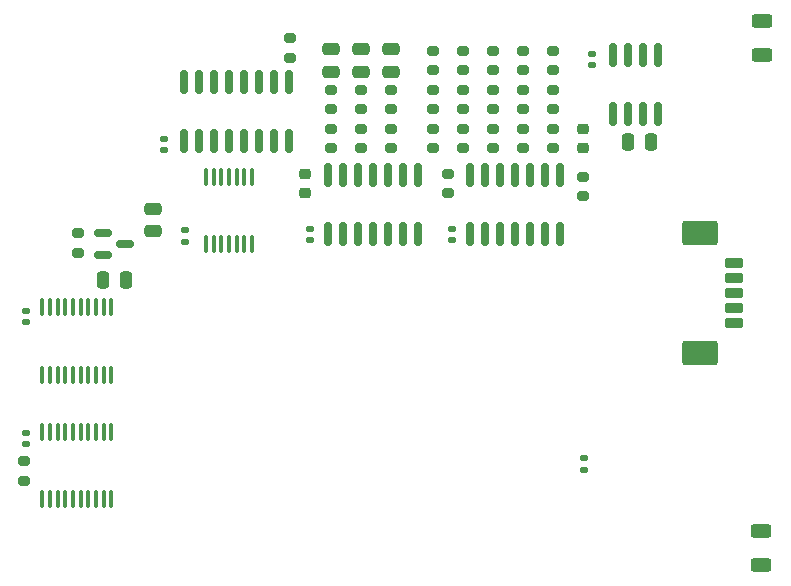
<source format=gbr>
G04 #@! TF.GenerationSoftware,KiCad,Pcbnew,7.0.7-146-g6b43bb8fe3*
G04 #@! TF.CreationDate,2023-09-29T14:39:13+01:00*
G04 #@! TF.ProjectId,Econet_A4,45636f6e-6574-45f4-9134-2e6b69636164,01*
G04 #@! TF.SameCoordinates,Original*
G04 #@! TF.FileFunction,Paste,Top*
G04 #@! TF.FilePolarity,Positive*
%FSLAX46Y46*%
G04 Gerber Fmt 4.6, Leading zero omitted, Abs format (unit mm)*
G04 Created by KiCad (PCBNEW 7.0.7-146-g6b43bb8fe3) date 2023-09-29 14:39:13*
%MOMM*%
%LPD*%
G01*
G04 APERTURE LIST*
G04 Aperture macros list*
%AMRoundRect*
0 Rectangle with rounded corners*
0 $1 Rounding radius*
0 $2 $3 $4 $5 $6 $7 $8 $9 X,Y pos of 4 corners*
0 Add a 4 corners polygon primitive as box body*
4,1,4,$2,$3,$4,$5,$6,$7,$8,$9,$2,$3,0*
0 Add four circle primitives for the rounded corners*
1,1,$1+$1,$2,$3*
1,1,$1+$1,$4,$5*
1,1,$1+$1,$6,$7*
1,1,$1+$1,$8,$9*
0 Add four rect primitives between the rounded corners*
20,1,$1+$1,$2,$3,$4,$5,0*
20,1,$1+$1,$4,$5,$6,$7,0*
20,1,$1+$1,$6,$7,$8,$9,0*
20,1,$1+$1,$8,$9,$2,$3,0*%
G04 Aperture macros list end*
%ADD10RoundRect,0.200000X-0.600000X0.200000X-0.600000X-0.200000X0.600000X-0.200000X0.600000X0.200000X0*%
%ADD11RoundRect,0.250001X-1.249999X0.799999X-1.249999X-0.799999X1.249999X-0.799999X1.249999X0.799999X0*%
%ADD12RoundRect,0.200000X-0.275000X0.200000X-0.275000X-0.200000X0.275000X-0.200000X0.275000X0.200000X0*%
%ADD13RoundRect,0.200000X0.275000X-0.200000X0.275000X0.200000X-0.275000X0.200000X-0.275000X-0.200000X0*%
%ADD14RoundRect,0.140000X-0.170000X0.140000X-0.170000X-0.140000X0.170000X-0.140000X0.170000X0.140000X0*%
%ADD15RoundRect,0.150000X0.150000X-0.825000X0.150000X0.825000X-0.150000X0.825000X-0.150000X-0.825000X0*%
%ADD16RoundRect,0.225000X-0.250000X0.225000X-0.250000X-0.225000X0.250000X-0.225000X0.250000X0.225000X0*%
%ADD17RoundRect,0.250000X-0.475000X0.250000X-0.475000X-0.250000X0.475000X-0.250000X0.475000X0.250000X0*%
%ADD18RoundRect,0.225000X0.250000X-0.225000X0.250000X0.225000X-0.250000X0.225000X-0.250000X-0.225000X0*%
%ADD19RoundRect,0.150000X-0.587500X-0.150000X0.587500X-0.150000X0.587500X0.150000X-0.587500X0.150000X0*%
%ADD20RoundRect,0.250000X0.625000X-0.312500X0.625000X0.312500X-0.625000X0.312500X-0.625000X-0.312500X0*%
%ADD21RoundRect,0.100000X0.100000X-0.637500X0.100000X0.637500X-0.100000X0.637500X-0.100000X-0.637500X0*%
%ADD22RoundRect,0.250000X-0.250000X-0.475000X0.250000X-0.475000X0.250000X0.475000X-0.250000X0.475000X0*%
%ADD23RoundRect,0.250000X0.475000X-0.250000X0.475000X0.250000X-0.475000X0.250000X-0.475000X-0.250000X0*%
%ADD24RoundRect,0.140000X0.170000X-0.140000X0.170000X0.140000X-0.170000X0.140000X-0.170000X-0.140000X0*%
G04 APERTURE END LIST*
D10*
X208357000Y-102745000D03*
X208357000Y-103995000D03*
X208357000Y-105245000D03*
X208357000Y-106495000D03*
X208357000Y-107745000D03*
D11*
X205457000Y-100195000D03*
X205457000Y-110295000D03*
D12*
X195530000Y-95408000D03*
X195530000Y-97058000D03*
X179274000Y-88042000D03*
X179274000Y-89692000D03*
X182830000Y-88042000D03*
X182830000Y-89692000D03*
X182830000Y-91344000D03*
X182830000Y-92994000D03*
X185370000Y-84740000D03*
X185370000Y-86390000D03*
X187910000Y-84740000D03*
X187910000Y-86390000D03*
X190450000Y-84740000D03*
X190450000Y-86390000D03*
X192990000Y-84740000D03*
X192990000Y-86390000D03*
D13*
X190450000Y-89692000D03*
X190450000Y-88042000D03*
X187910000Y-89692000D03*
X187910000Y-88042000D03*
D14*
X161896000Y-99944000D03*
X161896000Y-100904000D03*
X172416000Y-99817000D03*
X172416000Y-100777000D03*
D13*
X185370000Y-92994000D03*
X185370000Y-91344000D03*
X185370000Y-89692000D03*
X185370000Y-88042000D03*
D15*
X173940000Y-100232000D03*
X175210000Y-100232000D03*
X176480000Y-100232000D03*
X177750000Y-100232000D03*
X179020000Y-100232000D03*
X180290000Y-100232000D03*
X181560000Y-100232000D03*
X181560000Y-95282000D03*
X180290000Y-95282000D03*
X179020000Y-95282000D03*
X177750000Y-95282000D03*
X176480000Y-95282000D03*
X175210000Y-95282000D03*
X173940000Y-95282000D03*
D14*
X160097000Y-92173000D03*
X160097000Y-93133000D03*
D12*
X176734000Y-91344000D03*
X176734000Y-92994000D03*
X174194000Y-91344000D03*
X174194000Y-92994000D03*
D15*
X186005000Y-100232000D03*
X187275000Y-100232000D03*
X188545000Y-100232000D03*
X189815000Y-100232000D03*
X191085000Y-100232000D03*
X192355000Y-100232000D03*
X193625000Y-100232000D03*
X193625000Y-95282000D03*
X192355000Y-95282000D03*
X191085000Y-95282000D03*
X189815000Y-95282000D03*
X188545000Y-95282000D03*
X187275000Y-95282000D03*
X186005000Y-95282000D03*
D12*
X187910000Y-91344000D03*
X187910000Y-92994000D03*
D16*
X195530000Y-91394000D03*
X195530000Y-92944000D03*
D13*
X190450000Y-92994000D03*
X190450000Y-91344000D03*
D14*
X195673000Y-119248000D03*
X195673000Y-120208000D03*
D12*
X184100000Y-95154000D03*
X184100000Y-96804000D03*
D13*
X182830000Y-86390000D03*
X182830000Y-84740000D03*
D15*
X161748000Y-92358000D03*
X163018000Y-92358000D03*
X164288000Y-92358000D03*
X165558000Y-92358000D03*
X166828000Y-92358000D03*
X168098000Y-92358000D03*
X169368000Y-92358000D03*
X170638000Y-92358000D03*
X170638000Y-87408000D03*
X169368000Y-87408000D03*
X168098000Y-87408000D03*
X166828000Y-87408000D03*
X165558000Y-87408000D03*
X164288000Y-87408000D03*
X163018000Y-87408000D03*
X161748000Y-87408000D03*
D12*
X179274000Y-91344000D03*
X179274000Y-92994000D03*
D13*
X174194000Y-89692000D03*
X174194000Y-88042000D03*
D17*
X174194000Y-84615000D03*
X174194000Y-86515000D03*
X179274000Y-84615000D03*
X179274000Y-86515000D03*
D13*
X176734000Y-89692000D03*
X176734000Y-88042000D03*
X170765000Y-85337000D03*
X170765000Y-83687000D03*
D18*
X172035000Y-96754000D03*
X172035000Y-95204000D03*
D12*
X192990000Y-91344000D03*
X192990000Y-92994000D03*
D14*
X184481000Y-99817000D03*
X184481000Y-100777000D03*
D13*
X192990000Y-89692000D03*
X192990000Y-88042000D03*
D17*
X176734000Y-84615000D03*
X176734000Y-86515000D03*
D12*
X148270000Y-119476000D03*
X148270000Y-121126000D03*
D19*
X154941000Y-100123000D03*
X154941000Y-102023000D03*
X156816000Y-101073000D03*
D20*
X210659000Y-128307500D03*
X210659000Y-125382500D03*
D21*
X149775000Y-112179500D03*
X150425000Y-112179500D03*
X151075000Y-112179500D03*
X151725000Y-112179500D03*
X152375000Y-112179500D03*
X153025000Y-112179500D03*
X153675000Y-112179500D03*
X154325000Y-112179500D03*
X154975000Y-112179500D03*
X155625000Y-112179500D03*
X155625000Y-106454500D03*
X154975000Y-106454500D03*
X154325000Y-106454500D03*
X153675000Y-106454500D03*
X153025000Y-106454500D03*
X152375000Y-106454500D03*
X151725000Y-106454500D03*
X151075000Y-106454500D03*
X150425000Y-106454500D03*
X149775000Y-106454500D03*
D22*
X154928500Y-104121000D03*
X156828500Y-104121000D03*
D20*
X210717000Y-85107500D03*
X210717000Y-82182500D03*
D14*
X148382000Y-106777000D03*
X148382000Y-107737000D03*
D21*
X149775000Y-122717500D03*
X150425000Y-122717500D03*
X151075000Y-122717500D03*
X151725000Y-122717500D03*
X152375000Y-122717500D03*
X153025000Y-122717500D03*
X153675000Y-122717500D03*
X154325000Y-122717500D03*
X154975000Y-122717500D03*
X155625000Y-122717500D03*
X155625000Y-116992500D03*
X154975000Y-116992500D03*
X154325000Y-116992500D03*
X153675000Y-116992500D03*
X153025000Y-116992500D03*
X152375000Y-116992500D03*
X151725000Y-116992500D03*
X151075000Y-116992500D03*
X150425000Y-116992500D03*
X149775000Y-116992500D03*
D22*
X199406000Y-92423000D03*
X201306000Y-92423000D03*
D14*
X148382000Y-117089000D03*
X148382000Y-118049000D03*
D23*
X159180500Y-99991000D03*
X159180500Y-98091000D03*
D13*
X152842000Y-101822000D03*
X152842000Y-100172000D03*
D21*
X163629000Y-101127500D03*
X164279000Y-101127500D03*
X164929000Y-101127500D03*
X165579000Y-101127500D03*
X166229000Y-101127500D03*
X166879000Y-101127500D03*
X167529000Y-101127500D03*
X167529000Y-95402500D03*
X166879000Y-95402500D03*
X166229000Y-95402500D03*
X165579000Y-95402500D03*
X164929000Y-95402500D03*
X164279000Y-95402500D03*
X163629000Y-95402500D03*
D24*
X196341000Y-85938500D03*
X196341000Y-84978500D03*
D15*
X198070000Y-90072000D03*
X199340000Y-90072000D03*
X200610000Y-90072000D03*
X201880000Y-90072000D03*
X201880000Y-85122000D03*
X200610000Y-85122000D03*
X199340000Y-85122000D03*
X198070000Y-85122000D03*
M02*

</source>
